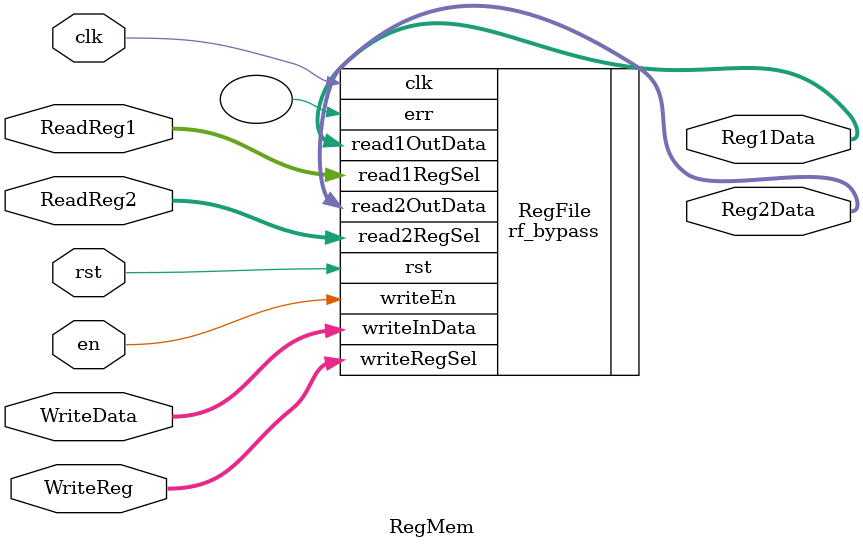
<source format=v>
module RegMem(
    //Output(s)
    Reg1Data,
    Reg2Data,
    //Input(s)
    ReadReg1, //Rs
    ReadReg2, //Rt
    WriteReg, // DestRegister
    WriteData,
    clk,
    rst,
    en   //Control Signals  // clarify or rename 
                    //LBI-load byte immediate (data selection)
                    //Link - Jal/Jalr (data selection)
);
    parameter REG_WIDTH = 16;
    parameter REG_DEPTH = 8;
    parameter REG_LENGTH = 128; // = 16 * 8

    input wire clk, rst, en;
    input wire[15:0] WriteData;
    input wire[2:0] ReadReg1, ReadReg2, WriteReg;
    output wire[15:0] Reg1Data, Reg2Data;


    wire[15:0] out1, out2;
    rf_bypass RegFile(.read1OutData(Reg1Data), .read2OutData(Reg2Data), .err(),
                  .clk(clk), .rst(rst), .read1RegSel(ReadReg1), .read2RegSel(ReadReg2),
                  .writeRegSel(WriteReg), .writeInData(WriteData), .writeEn(en));
    

endmodule

</source>
